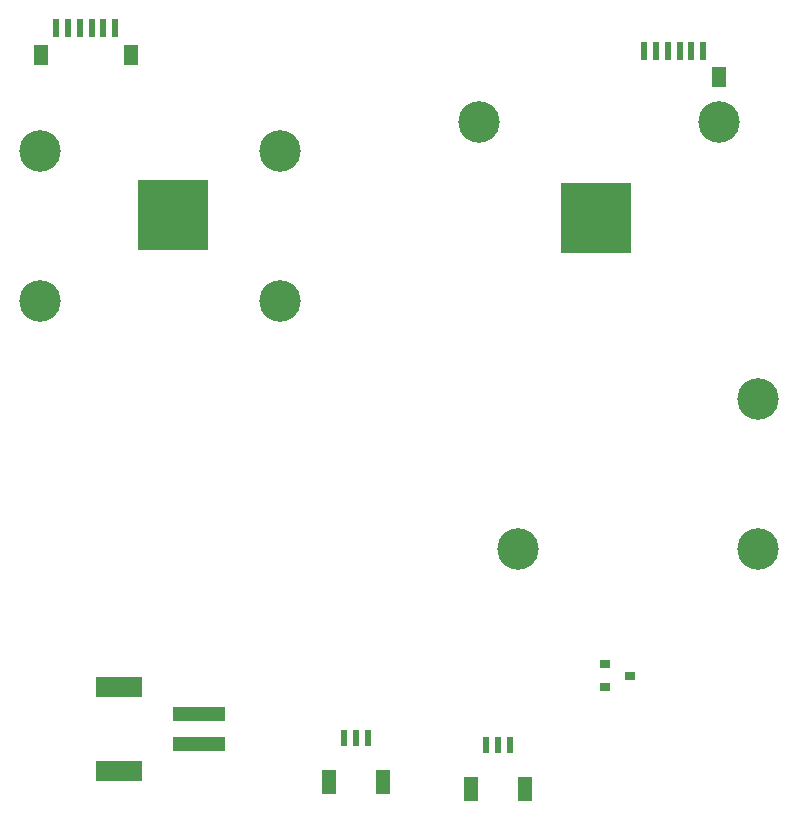
<source format=gtp>
G04 MADE WITH FRITZING*
G04 WWW.FRITZING.ORG*
G04 DOUBLE SIDED*
G04 HOLES PLATED*
G04 CONTOUR ON CENTER OF CONTOUR VECTOR*
%FSLAX26Y26*%
%MOIN*%
%ADD10C,0.138425*%
%ADD11R,0.236972X0.236959*%
%ADD12R,0.153543X0.070866*%
%ADD13R,0.177165X0.051181*%
%ADD14R,0.047244X0.078740*%
%ADD15R,0.023622X0.053150*%
%ADD16R,0.035433X0.031496*%
%ADD17R,0.047244X0.070866*%
%ADD18R,0.023622X0.061024*%
%ADD19R,0.001000X0.001000*%
G04 PASTEMASK1*
%FSLAX26Y26*%
%MOIN*%
D10*
X2905800Y2589690D03*
X2105800Y2589690D03*
X2905800Y2589690D03*
X2105800Y2589690D03*
X2236540Y1167750D03*
X3036540Y1667750D03*
X3036540Y1167750D03*
X2236540Y1167750D03*
X3036540Y1667750D03*
X3036540Y1167750D03*
X640833Y2493296D03*
X640833Y1993300D03*
X1440830Y2493296D03*
X1440830Y1993300D03*
X640833Y2493296D03*
X640833Y1993300D03*
X1440830Y2493296D03*
X1440830Y1993300D03*
D11*
X1083886Y2280691D03*
X2495616Y2270461D03*
D12*
X904878Y705767D03*
X904878Y426247D03*
D13*
X1172983Y615219D03*
X1172983Y516799D03*
D14*
X2077002Y367800D03*
X2258102Y367800D03*
D15*
X2128181Y512485D03*
X2167551Y512485D03*
X2206921Y512485D03*
D14*
X1604582Y390500D03*
X1785682Y390500D03*
D15*
X1655761Y535185D03*
X1695131Y535185D03*
X1734501Y535185D03*
D16*
X2607307Y744622D03*
X2524627Y707222D03*
X2524627Y782022D03*
D17*
X2903772Y2740662D03*
D18*
X2655741Y2828261D03*
X2695111Y2828261D03*
X2734481Y2828261D03*
X2773851Y2828261D03*
X2813221Y2828261D03*
X2852591Y2828261D03*
D17*
X644052Y2814630D03*
X943264Y2814630D03*
D18*
X695233Y2902229D03*
X734603Y2902229D03*
X773973Y2902229D03*
X813343Y2902229D03*
X852713Y2902229D03*
X892083Y2902229D03*
D19*
D02*
G04 End of PasteMask1*
M02*
</source>
